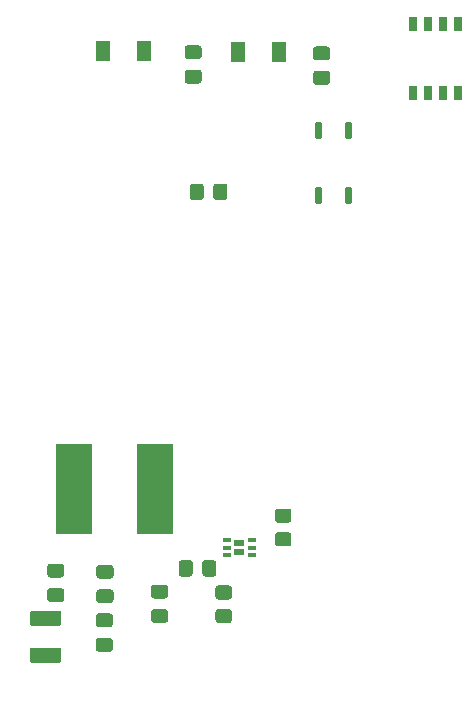
<source format=gbr>
%TF.GenerationSoftware,KiCad,Pcbnew,(5.1.10)-1*%
%TF.CreationDate,2022-03-06T22:53:43-08:00*%
%TF.ProjectId,bb2,6262322e-6b69-4636-9164-5f7063625858,rev?*%
%TF.SameCoordinates,Original*%
%TF.FileFunction,Paste,Top*%
%TF.FilePolarity,Positive*%
%FSLAX46Y46*%
G04 Gerber Fmt 4.6, Leading zero omitted, Abs format (unit mm)*
G04 Created by KiCad (PCBNEW (5.1.10)-1) date 2022-03-06 22:53:43*
%MOMM*%
%LPD*%
G01*
G04 APERTURE LIST*
%ADD10R,0.700000X1.250000*%
%ADD11R,1.300000X1.700000*%
%ADD12R,0.820000X0.630000*%
%ADD13R,0.650000X0.350000*%
%ADD14R,3.100000X7.700000*%
G04 APERTURE END LIST*
%TO.C,R2*%
G36*
G01*
X132987201Y-146275600D02*
X132087199Y-146275600D01*
G75*
G02*
X131837200Y-146025601I0J249999D01*
G01*
X131837200Y-145325599D01*
G75*
G02*
X132087199Y-145075600I249999J0D01*
G01*
X132987201Y-145075600D01*
G75*
G02*
X133237200Y-145325599I0J-249999D01*
G01*
X133237200Y-146025601D01*
G75*
G02*
X132987201Y-146275600I-249999J0D01*
G01*
G37*
G36*
G01*
X132987201Y-148275600D02*
X132087199Y-148275600D01*
G75*
G02*
X131837200Y-148025601I0J249999D01*
G01*
X131837200Y-147325599D01*
G75*
G02*
X132087199Y-147075600I249999J0D01*
G01*
X132987201Y-147075600D01*
G75*
G02*
X133237200Y-147325599I0J-249999D01*
G01*
X133237200Y-148025601D01*
G75*
G02*
X132987201Y-148275600I-249999J0D01*
G01*
G37*
%TD*%
%TO.C,U3*%
G36*
G01*
X140701100Y-107296600D02*
X140426100Y-107296600D01*
G75*
G02*
X140288600Y-107159100I0J137500D01*
G01*
X140288600Y-105984100D01*
G75*
G02*
X140426100Y-105846600I137500J0D01*
G01*
X140701100Y-105846600D01*
G75*
G02*
X140838600Y-105984100I0J-137500D01*
G01*
X140838600Y-107159100D01*
G75*
G02*
X140701100Y-107296600I-137500J0D01*
G01*
G37*
G36*
G01*
X143241100Y-107296600D02*
X142966100Y-107296600D01*
G75*
G02*
X142828600Y-107159100I0J137500D01*
G01*
X142828600Y-105984100D01*
G75*
G02*
X142966100Y-105846600I137500J0D01*
G01*
X143241100Y-105846600D01*
G75*
G02*
X143378600Y-105984100I0J-137500D01*
G01*
X143378600Y-107159100D01*
G75*
G02*
X143241100Y-107296600I-137500J0D01*
G01*
G37*
G36*
G01*
X143241100Y-112796600D02*
X142966100Y-112796600D01*
G75*
G02*
X142828600Y-112659100I0J137500D01*
G01*
X142828600Y-111484100D01*
G75*
G02*
X142966100Y-111346600I137500J0D01*
G01*
X143241100Y-111346600D01*
G75*
G02*
X143378600Y-111484100I0J-137500D01*
G01*
X143378600Y-112659100D01*
G75*
G02*
X143241100Y-112796600I-137500J0D01*
G01*
G37*
G36*
G01*
X140701100Y-112796600D02*
X140426100Y-112796600D01*
G75*
G02*
X140288600Y-112659100I0J137500D01*
G01*
X140288600Y-111484100D01*
G75*
G02*
X140426100Y-111346600I137500J0D01*
G01*
X140701100Y-111346600D01*
G75*
G02*
X140838600Y-111484100I0J-137500D01*
G01*
X140838600Y-112659100D01*
G75*
G02*
X140701100Y-112796600I-137500J0D01*
G01*
G37*
%TD*%
%TO.C,R4*%
G36*
G01*
X130851200Y-111309999D02*
X130851200Y-112210001D01*
G75*
G02*
X130601201Y-112460000I-249999J0D01*
G01*
X129901199Y-112460000D01*
G75*
G02*
X129651200Y-112210001I0J249999D01*
G01*
X129651200Y-111309999D01*
G75*
G02*
X129901199Y-111060000I249999J0D01*
G01*
X130601201Y-111060000D01*
G75*
G02*
X130851200Y-111309999I0J-249999D01*
G01*
G37*
G36*
G01*
X132851200Y-111309999D02*
X132851200Y-112210001D01*
G75*
G02*
X132601201Y-112460000I-249999J0D01*
G01*
X131901199Y-112460000D01*
G75*
G02*
X131651200Y-112210001I0J249999D01*
G01*
X131651200Y-111309999D01*
G75*
G02*
X131901199Y-111060000I249999J0D01*
G01*
X132601201Y-111060000D01*
G75*
G02*
X132851200Y-111309999I0J-249999D01*
G01*
G37*
%TD*%
D10*
%TO.C,U2*%
X148590000Y-97561400D03*
X149860000Y-97561400D03*
X151130000Y-97561400D03*
X152400000Y-97561400D03*
X152400000Y-103403400D03*
X151130000Y-103403400D03*
X149860000Y-103403400D03*
X148590000Y-103403400D03*
%TD*%
D11*
%TO.C,D2*%
X133705600Y-99923600D03*
X137205600Y-99923600D03*
%TD*%
%TO.C,D1*%
X122326400Y-99822000D03*
X125826400Y-99822000D03*
%TD*%
%TO.C,C7*%
G36*
G01*
X140342600Y-101512700D02*
X141292600Y-101512700D01*
G75*
G02*
X141542600Y-101762700I0J-250000D01*
G01*
X141542600Y-102437700D01*
G75*
G02*
X141292600Y-102687700I-250000J0D01*
G01*
X140342600Y-102687700D01*
G75*
G02*
X140092600Y-102437700I0J250000D01*
G01*
X140092600Y-101762700D01*
G75*
G02*
X140342600Y-101512700I250000J0D01*
G01*
G37*
G36*
G01*
X140342600Y-99437700D02*
X141292600Y-99437700D01*
G75*
G02*
X141542600Y-99687700I0J-250000D01*
G01*
X141542600Y-100362700D01*
G75*
G02*
X141292600Y-100612700I-250000J0D01*
G01*
X140342600Y-100612700D01*
G75*
G02*
X140092600Y-100362700I0J250000D01*
G01*
X140092600Y-99687700D01*
G75*
G02*
X140342600Y-99437700I250000J0D01*
G01*
G37*
%TD*%
%TO.C,C6*%
G36*
G01*
X129471400Y-101418900D02*
X130421400Y-101418900D01*
G75*
G02*
X130671400Y-101668900I0J-250000D01*
G01*
X130671400Y-102343900D01*
G75*
G02*
X130421400Y-102593900I-250000J0D01*
G01*
X129471400Y-102593900D01*
G75*
G02*
X129221400Y-102343900I0J250000D01*
G01*
X129221400Y-101668900D01*
G75*
G02*
X129471400Y-101418900I250000J0D01*
G01*
G37*
G36*
G01*
X129471400Y-99343900D02*
X130421400Y-99343900D01*
G75*
G02*
X130671400Y-99593900I0J-250000D01*
G01*
X130671400Y-100268900D01*
G75*
G02*
X130421400Y-100518900I-250000J0D01*
G01*
X129471400Y-100518900D01*
G75*
G02*
X129221400Y-100268900I0J250000D01*
G01*
X129221400Y-99593900D01*
G75*
G02*
X129471400Y-99343900I250000J0D01*
G01*
G37*
%TD*%
D12*
%TO.C,U1*%
X133858000Y-141484400D03*
X133858000Y-142284400D03*
D13*
X132808000Y-142534400D03*
X132808000Y-141884400D03*
X132808000Y-141234400D03*
X134908000Y-141234400D03*
X134908000Y-141884400D03*
X134908000Y-142534400D03*
%TD*%
%TO.C,R3*%
G36*
G01*
X129918000Y-143186999D02*
X129918000Y-144087001D01*
G75*
G02*
X129668001Y-144337000I-249999J0D01*
G01*
X128967999Y-144337000D01*
G75*
G02*
X128718000Y-144087001I0J249999D01*
G01*
X128718000Y-143186999D01*
G75*
G02*
X128967999Y-142937000I249999J0D01*
G01*
X129668001Y-142937000D01*
G75*
G02*
X129918000Y-143186999I0J-249999D01*
G01*
G37*
G36*
G01*
X131918000Y-143186999D02*
X131918000Y-144087001D01*
G75*
G02*
X131668001Y-144337000I-249999J0D01*
G01*
X130967999Y-144337000D01*
G75*
G02*
X130718000Y-144087001I0J249999D01*
G01*
X130718000Y-143186999D01*
G75*
G02*
X130967999Y-142937000I249999J0D01*
G01*
X131668001Y-142937000D01*
G75*
G02*
X131918000Y-143186999I0J-249999D01*
G01*
G37*
%TD*%
%TO.C,R1*%
G36*
G01*
X137116399Y-140573200D02*
X138016401Y-140573200D01*
G75*
G02*
X138266400Y-140823199I0J-249999D01*
G01*
X138266400Y-141523201D01*
G75*
G02*
X138016401Y-141773200I-249999J0D01*
G01*
X137116399Y-141773200D01*
G75*
G02*
X136866400Y-141523201I0J249999D01*
G01*
X136866400Y-140823199D01*
G75*
G02*
X137116399Y-140573200I249999J0D01*
G01*
G37*
G36*
G01*
X137116399Y-138573200D02*
X138016401Y-138573200D01*
G75*
G02*
X138266400Y-138823199I0J-249999D01*
G01*
X138266400Y-139523201D01*
G75*
G02*
X138016401Y-139773200I-249999J0D01*
G01*
X137116399Y-139773200D01*
G75*
G02*
X136866400Y-139523201I0J249999D01*
G01*
X136866400Y-138823199D01*
G75*
G02*
X137116399Y-138573200I249999J0D01*
G01*
G37*
%TD*%
D14*
%TO.C,L1*%
X119846000Y-136956800D03*
X126746000Y-136956800D03*
%TD*%
%TO.C,C5*%
G36*
G01*
X118788200Y-144410100D02*
X117838200Y-144410100D01*
G75*
G02*
X117588200Y-144160100I0J250000D01*
G01*
X117588200Y-143485100D01*
G75*
G02*
X117838200Y-143235100I250000J0D01*
G01*
X118788200Y-143235100D01*
G75*
G02*
X119038200Y-143485100I0J-250000D01*
G01*
X119038200Y-144160100D01*
G75*
G02*
X118788200Y-144410100I-250000J0D01*
G01*
G37*
G36*
G01*
X118788200Y-146485100D02*
X117838200Y-146485100D01*
G75*
G02*
X117588200Y-146235100I0J250000D01*
G01*
X117588200Y-145560100D01*
G75*
G02*
X117838200Y-145310100I250000J0D01*
G01*
X118788200Y-145310100D01*
G75*
G02*
X119038200Y-145560100I0J-250000D01*
G01*
X119038200Y-146235100D01*
G75*
G02*
X118788200Y-146485100I-250000J0D01*
G01*
G37*
%TD*%
%TO.C,C4*%
G36*
G01*
X122953800Y-144511700D02*
X122003800Y-144511700D01*
G75*
G02*
X121753800Y-144261700I0J250000D01*
G01*
X121753800Y-143586700D01*
G75*
G02*
X122003800Y-143336700I250000J0D01*
G01*
X122953800Y-143336700D01*
G75*
G02*
X123203800Y-143586700I0J-250000D01*
G01*
X123203800Y-144261700D01*
G75*
G02*
X122953800Y-144511700I-250000J0D01*
G01*
G37*
G36*
G01*
X122953800Y-146586700D02*
X122003800Y-146586700D01*
G75*
G02*
X121753800Y-146336700I0J250000D01*
G01*
X121753800Y-145661700D01*
G75*
G02*
X122003800Y-145411700I250000J0D01*
G01*
X122953800Y-145411700D01*
G75*
G02*
X123203800Y-145661700I0J-250000D01*
G01*
X123203800Y-146336700D01*
G75*
G02*
X122953800Y-146586700I-250000J0D01*
G01*
G37*
%TD*%
%TO.C,C3*%
G36*
G01*
X121953000Y-149518700D02*
X122903000Y-149518700D01*
G75*
G02*
X123153000Y-149768700I0J-250000D01*
G01*
X123153000Y-150443700D01*
G75*
G02*
X122903000Y-150693700I-250000J0D01*
G01*
X121953000Y-150693700D01*
G75*
G02*
X121703000Y-150443700I0J250000D01*
G01*
X121703000Y-149768700D01*
G75*
G02*
X121953000Y-149518700I250000J0D01*
G01*
G37*
G36*
G01*
X121953000Y-147443700D02*
X122903000Y-147443700D01*
G75*
G02*
X123153000Y-147693700I0J-250000D01*
G01*
X123153000Y-148368700D01*
G75*
G02*
X122903000Y-148618700I-250000J0D01*
G01*
X121953000Y-148618700D01*
G75*
G02*
X121703000Y-148368700I0J250000D01*
G01*
X121703000Y-147693700D01*
G75*
G02*
X121953000Y-147443700I250000J0D01*
G01*
G37*
%TD*%
%TO.C,C2*%
G36*
G01*
X116349599Y-150341300D02*
X118549601Y-150341300D01*
G75*
G02*
X118799600Y-150591299I0J-249999D01*
G01*
X118799600Y-151416301D01*
G75*
G02*
X118549601Y-151666300I-249999J0D01*
G01*
X116349599Y-151666300D01*
G75*
G02*
X116099600Y-151416301I0J249999D01*
G01*
X116099600Y-150591299D01*
G75*
G02*
X116349599Y-150341300I249999J0D01*
G01*
G37*
G36*
G01*
X116349599Y-147216300D02*
X118549601Y-147216300D01*
G75*
G02*
X118799600Y-147466299I0J-249999D01*
G01*
X118799600Y-148291301D01*
G75*
G02*
X118549601Y-148541300I-249999J0D01*
G01*
X116349599Y-148541300D01*
G75*
G02*
X116099600Y-148291301I0J249999D01*
G01*
X116099600Y-147466299D01*
G75*
G02*
X116349599Y-147216300I249999J0D01*
G01*
G37*
%TD*%
%TO.C,C1*%
G36*
G01*
X127576600Y-146188100D02*
X126626600Y-146188100D01*
G75*
G02*
X126376600Y-145938100I0J250000D01*
G01*
X126376600Y-145263100D01*
G75*
G02*
X126626600Y-145013100I250000J0D01*
G01*
X127576600Y-145013100D01*
G75*
G02*
X127826600Y-145263100I0J-250000D01*
G01*
X127826600Y-145938100D01*
G75*
G02*
X127576600Y-146188100I-250000J0D01*
G01*
G37*
G36*
G01*
X127576600Y-148263100D02*
X126626600Y-148263100D01*
G75*
G02*
X126376600Y-148013100I0J250000D01*
G01*
X126376600Y-147338100D01*
G75*
G02*
X126626600Y-147088100I250000J0D01*
G01*
X127576600Y-147088100D01*
G75*
G02*
X127826600Y-147338100I0J-250000D01*
G01*
X127826600Y-148013100D01*
G75*
G02*
X127576600Y-148263100I-250000J0D01*
G01*
G37*
%TD*%
M02*

</source>
